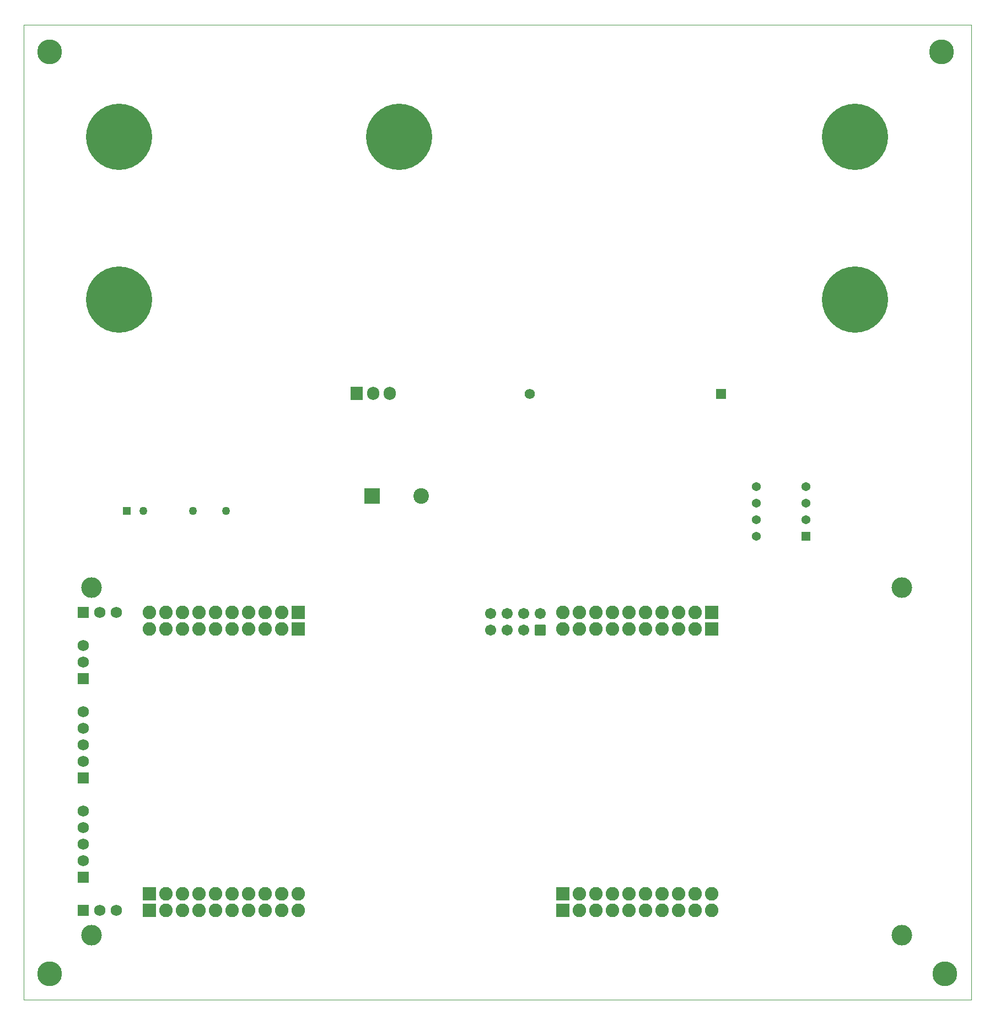
<source format=gbr>
%TF.GenerationSoftware,KiCad,Pcbnew,8.0.7*%
%TF.CreationDate,2025-03-06T08:49:03-05:00*%
%TF.ProjectId,BuckConverter,4275636b-436f-46e7-9665-727465722e6b,rev?*%
%TF.SameCoordinates,Original*%
%TF.FileFunction,Soldermask,Bot*%
%TF.FilePolarity,Negative*%
%FSLAX46Y46*%
G04 Gerber Fmt 4.6, Leading zero omitted, Abs format (unit mm)*
G04 Created by KiCad (PCBNEW 8.0.7) date 2025-03-06 08:49:03*
%MOMM*%
%LPD*%
G01*
G04 APERTURE LIST*
G04 Aperture macros list*
%AMRoundRect*
0 Rectangle with rounded corners*
0 $1 Rounding radius*
0 $2 $3 $4 $5 $6 $7 $8 $9 X,Y pos of 4 corners*
0 Add a 4 corners polygon primitive as box body*
4,1,4,$2,$3,$4,$5,$6,$7,$8,$9,$2,$3,0*
0 Add four circle primitives for the rounded corners*
1,1,$1+$1,$2,$3*
1,1,$1+$1,$4,$5*
1,1,$1+$1,$6,$7*
1,1,$1+$1,$8,$9*
0 Add four rect primitives between the rounded corners*
20,1,$1+$1,$2,$3,$4,$5,0*
20,1,$1+$1,$4,$5,$6,$7,0*
20,1,$1+$1,$6,$7,$8,$9,0*
20,1,$1+$1,$8,$9,$2,$3,0*%
G04 Aperture macros list end*
%ADD10C,3.800000*%
%ADD11R,2.400000X2.400000*%
%ADD12C,2.400000*%
%ADD13R,1.574800X1.574800*%
%ADD14C,1.574800*%
%ADD15C,10.160000*%
%ADD16C,3.175000*%
%ADD17RoundRect,0.102000X0.939800X0.939800X-0.939800X0.939800X-0.939800X-0.939800X0.939800X-0.939800X0*%
%ADD18C,2.083600*%
%ADD19RoundRect,0.102000X0.762000X0.762000X-0.762000X0.762000X-0.762000X-0.762000X0.762000X-0.762000X0*%
%ADD20C,1.728000*%
%ADD21RoundRect,0.102000X0.750000X0.750000X-0.750000X0.750000X-0.750000X-0.750000X0.750000X-0.750000X0*%
%ADD22C,1.704000*%
%ADD23R,1.371600X1.371600*%
%ADD24C,1.371600*%
%ADD25R,1.270000X1.270000*%
%ADD26C,1.270000*%
%ADD27R,1.905000X2.000000*%
%ADD28O,1.905000X2.000000*%
%TA.AperFunction,Profile*%
%ADD29C,0.050000*%
%TD*%
G04 APERTURE END LIST*
D10*
%TO.C,REF\u002A\u002A*%
X159500000Y-181000000D03*
%TD*%
D11*
%TO.C,C3*%
X71524220Y-107676000D03*
D12*
X79024220Y-107676000D03*
%TD*%
D10*
%TO.C,REF\u002A\u002A*%
X22000000Y-39500000D03*
%TD*%
D13*
%TO.C,L1*%
X125120400Y-91948000D03*
D14*
X95758000Y-91948000D03*
%TD*%
D15*
%TO.C,J4*%
X32660000Y-77534000D03*
%TD*%
%TO.C,J2*%
X145660000Y-77534000D03*
%TD*%
D10*
%TO.C,REF\u002A\u002A*%
X159000000Y-39500000D03*
%TD*%
D15*
%TO.C,J3*%
X145660000Y-52534000D03*
%TD*%
%TO.C,J1*%
X32660000Y-52534000D03*
%TD*%
D16*
%TO.C,U2*%
X152908000Y-175006000D03*
X152908000Y-121666000D03*
X28448000Y-175006000D03*
X28448000Y-121666000D03*
D17*
X123698000Y-125476000D03*
D18*
X121158000Y-125476000D03*
X118618000Y-125476000D03*
X116078000Y-125476000D03*
X113538000Y-125476000D03*
X110998000Y-125476000D03*
X108458000Y-125476000D03*
X105918000Y-125476000D03*
X103378000Y-125476000D03*
X100838000Y-125476000D03*
D17*
X100838000Y-171196000D03*
D18*
X103378000Y-171196000D03*
X105918000Y-171196000D03*
X108458000Y-171196000D03*
X110998000Y-171196000D03*
X113538000Y-171196000D03*
X116078000Y-171196000D03*
X118618000Y-171196000D03*
X121158000Y-171196000D03*
X123698000Y-171196000D03*
D17*
X123698000Y-128016000D03*
D18*
X121158000Y-128016000D03*
X118618000Y-128016000D03*
X116078000Y-128016000D03*
X113538000Y-128016000D03*
X110998000Y-128016000D03*
X108458000Y-128016000D03*
X105918000Y-128016000D03*
X103378000Y-128016000D03*
X100838000Y-128016000D03*
D17*
X100838000Y-168656000D03*
D18*
X103378000Y-168656000D03*
X105918000Y-168656000D03*
X108458000Y-168656000D03*
X110998000Y-168656000D03*
X113538000Y-168656000D03*
X116078000Y-168656000D03*
X118618000Y-168656000D03*
X121158000Y-168656000D03*
X123698000Y-168656000D03*
D17*
X60198000Y-125476000D03*
D18*
X57658000Y-125476000D03*
X55118000Y-125476000D03*
X52578000Y-125476000D03*
X50038000Y-125476000D03*
X47498000Y-125476000D03*
X44958000Y-125476000D03*
X42418000Y-125476000D03*
X39878000Y-125476000D03*
X37338000Y-125476000D03*
D17*
X37338000Y-171196000D03*
D18*
X39878000Y-171196000D03*
X42418000Y-171196000D03*
X44958000Y-171196000D03*
X47498000Y-171196000D03*
X50038000Y-171196000D03*
X52578000Y-171196000D03*
X55118000Y-171196000D03*
X57658000Y-171196000D03*
X60198000Y-171196000D03*
D17*
X60198000Y-128016000D03*
D18*
X57658000Y-128016000D03*
X55118000Y-128016000D03*
X52578000Y-128016000D03*
X50038000Y-128016000D03*
X47498000Y-128016000D03*
X44958000Y-128016000D03*
X42418000Y-128016000D03*
X39878000Y-128016000D03*
X37338000Y-128016000D03*
D17*
X37338000Y-168656000D03*
D18*
X39878000Y-168656000D03*
X42418000Y-168656000D03*
X44958000Y-168656000D03*
X47498000Y-168656000D03*
X50038000Y-168656000D03*
X52578000Y-168656000D03*
X55118000Y-168656000D03*
X57658000Y-168656000D03*
X60198000Y-168656000D03*
D19*
X27178000Y-171196000D03*
D20*
X29718000Y-171196000D03*
X32258000Y-171196000D03*
D19*
X27178000Y-135636000D03*
D20*
X27178000Y-133096000D03*
X27178000Y-130556000D03*
D19*
X27178000Y-166116000D03*
D20*
X27178000Y-163576000D03*
X27178000Y-161036000D03*
X27178000Y-158496000D03*
X27178000Y-155956000D03*
D19*
X27178000Y-150876000D03*
D20*
X27178000Y-148336000D03*
X27178000Y-145796000D03*
X27178000Y-143256000D03*
X27178000Y-140716000D03*
D19*
X27178000Y-125476000D03*
D20*
X29718000Y-125476000D03*
X32258000Y-125476000D03*
D21*
X97354000Y-128250000D03*
D22*
X97354000Y-125710000D03*
X94814000Y-128250000D03*
X94814000Y-125710000D03*
X92274000Y-128250000D03*
X92274000Y-125710000D03*
X89734000Y-128250000D03*
X89734000Y-125710000D03*
%TD*%
D23*
%TO.C,U1*%
X138176000Y-113792000D03*
D24*
X138176000Y-111252000D03*
X138176000Y-108712000D03*
X138176000Y-106172000D03*
X130556000Y-106172000D03*
X130556000Y-108712000D03*
X130556000Y-111252000D03*
X130556000Y-113792000D03*
%TD*%
D25*
%TO.C,U4*%
X33824000Y-109919000D03*
D26*
X36364000Y-109919000D03*
X43984000Y-109919000D03*
X49064000Y-109919000D03*
%TD*%
D10*
%TO.C,REF\u002A\u002A*%
X22000000Y-181000000D03*
%TD*%
D27*
%TO.C,Q1*%
X69160000Y-91928000D03*
D28*
X71700000Y-91928000D03*
X74240000Y-91928000D03*
%TD*%
D15*
%TO.C,J5*%
X75660000Y-52534000D03*
%TD*%
D29*
X18034000Y-35306000D02*
X163576000Y-35306000D01*
X163576000Y-184912000D01*
X18034000Y-184912000D01*
X18034000Y-35306000D01*
M02*

</source>
